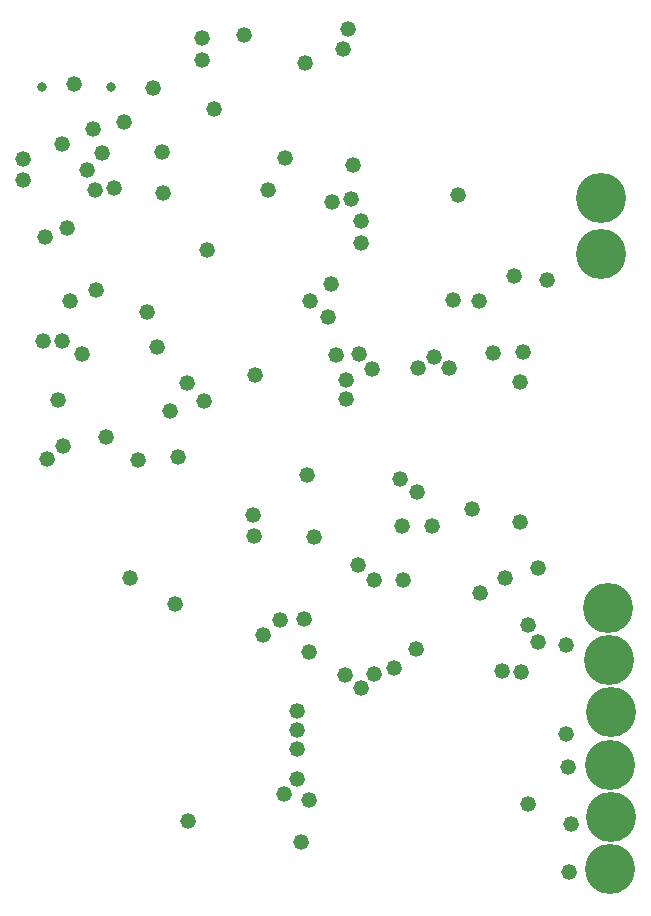
<source format=gbr>
G04 EAGLE Gerber RS-274X export*
G75*
%MOMM*%
%FSLAX34Y34*%
%LPD*%
%INSoldermask Bottom*%
%IPPOS*%
%AMOC8*
5,1,8,0,0,1.08239X$1,22.5*%
G01*
%ADD10C,4.235200*%
%ADD11C,0.803200*%
%ADD12C,1.320800*%


D10*
X521208Y252984D03*
X521970Y208788D03*
X523748Y165100D03*
X523240Y120142D03*
X523494Y75946D03*
X522986Y31750D03*
X515366Y552196D03*
X515366Y600202D03*
D11*
X42220Y693884D03*
X100020Y693884D03*
D12*
X58928Y478790D03*
X247142Y94964D03*
X116840Y278384D03*
X154432Y256540D03*
X177038Y735212D03*
X264414Y713994D03*
X300736Y742950D03*
X187706Y675386D03*
X394208Y602234D03*
X287528Y596256D03*
X181356Y555752D03*
X311912Y561848D03*
X144018Y604012D03*
X229108Y229616D03*
X462026Y287020D03*
X453136Y86614D03*
X296418Y726440D03*
X290830Y467360D03*
X26162Y632714D03*
X26162Y614934D03*
X135636Y693166D03*
X261315Y54661D03*
X469392Y530962D03*
X123139Y378562D03*
X164389Y443789D03*
X441682Y534006D03*
X449072Y469900D03*
X42672Y478536D03*
X45974Y378968D03*
X156718Y381000D03*
X178816Y428498D03*
X311912Y580644D03*
X340360Y201676D03*
X177546Y716534D03*
X212598Y737768D03*
X68834Y696334D03*
X62992Y574548D03*
X80010Y623316D03*
X58674Y645922D03*
X44704Y566928D03*
X143256Y638556D03*
X93156Y638240D03*
X130810Y503428D03*
X138938Y473710D03*
X76200Y467614D03*
X55880Y428752D03*
X59436Y389890D03*
X96012Y397764D03*
X150622Y419862D03*
X447040Y444500D03*
X485394Y221488D03*
X299498Y446278D03*
X102870Y608330D03*
X299498Y430022D03*
X86614Y606552D03*
X88039Y522323D03*
X263652Y243332D03*
X461518Y223774D03*
X447548Y198628D03*
X65532Y513080D03*
X243840Y242570D03*
X311912Y185166D03*
X373696Y465774D03*
X322710Y197358D03*
X359918Y456438D03*
X298196Y196342D03*
X321594Y454946D03*
X220472Y331470D03*
X221996Y450088D03*
X389890Y513842D03*
X269240Y513080D03*
X309880Y289052D03*
X359664Y351282D03*
X322834Y276860D03*
X372322Y321978D03*
X347472Y276860D03*
X346922Y321978D03*
X265938Y365506D03*
X310134Y467868D03*
X165862Y72390D03*
X345440Y362204D03*
X221234Y313944D03*
X386842Y455930D03*
X268224Y90424D03*
X267716Y215646D03*
X358394Y218186D03*
X272542Y313182D03*
X305308Y627888D03*
X247618Y633984D03*
X303784Y598932D03*
X233172Y606806D03*
X406400Y337058D03*
X413004Y265684D03*
X446786Y325628D03*
X434086Y278130D03*
X283718Y499110D03*
X424180Y469138D03*
X411734Y512826D03*
X286766Y527050D03*
X453071Y238063D03*
X431292Y199898D03*
X257588Y165608D03*
X485394Y146558D03*
X257588Y149352D03*
X487680Y118110D03*
X257588Y133096D03*
X489966Y70104D03*
X257588Y107696D03*
X487934Y29718D03*
X85009Y658287D03*
X111760Y664210D03*
M02*

</source>
